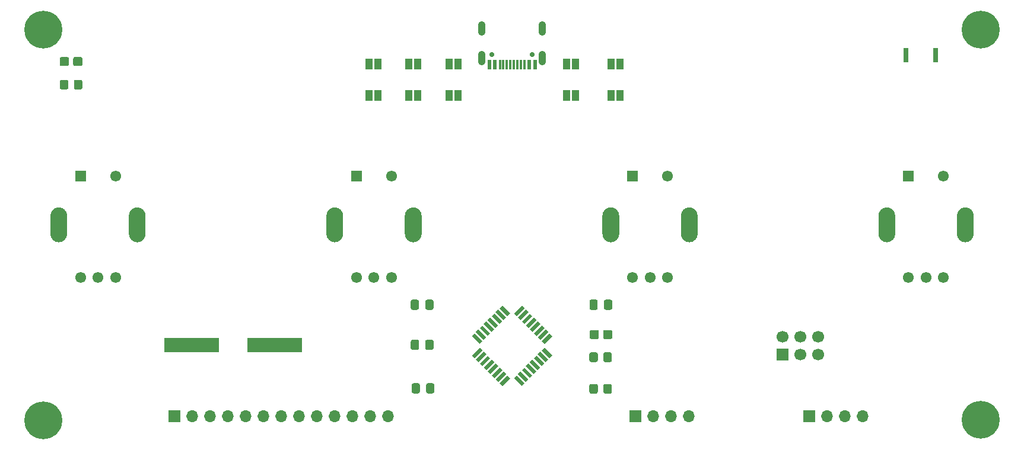
<source format=gbr>
%TF.GenerationSoftware,KiCad,Pcbnew,(5.1.10)-1*%
%TF.CreationDate,2021-08-23T16:24:53+02:00*%
%TF.ProjectId,Console,436f6e73-6f6c-4652-9e6b-696361645f70,v01*%
%TF.SameCoordinates,Original*%
%TF.FileFunction,Soldermask,Top*%
%TF.FilePolarity,Negative*%
%FSLAX46Y46*%
G04 Gerber Fmt 4.6, Leading zero omitted, Abs format (unit mm)*
G04 Created by KiCad (PCBNEW (5.1.10)-1) date 2021-08-23 16:24:53*
%MOMM*%
%LPD*%
G01*
G04 APERTURE LIST*
%ADD10C,5.400000*%
%ADD11R,1.000000X1.500000*%
%ADD12C,1.700000*%
%ADD13R,1.700000X1.700000*%
%ADD14R,0.800000X2.000000*%
%ADD15O,1.700000X1.700000*%
%ADD16R,1.550000X1.550000*%
%ADD17C,1.550000*%
%ADD18R,7.875000X2.000000*%
%ADD19R,0.600000X1.450000*%
%ADD20R,0.300000X1.450000*%
%ADD21O,1.050000X2.100000*%
%ADD22C,0.700000*%
%ADD23C,0.100000*%
G04 APERTURE END LIST*
D10*
%TO.C,PAD4*%
X213131000Y-123634000D03*
%TD*%
%TO.C,PAD3*%
X79350000Y-123698000D03*
%TD*%
%TO.C,PAD2*%
X213131000Y-67881500D03*
%TD*%
%TO.C,PAD1*%
X79350000Y-67881500D03*
%TD*%
%TO.C,C1*%
G36*
G01*
X131789000Y-107663000D02*
X131789000Y-106713000D01*
G75*
G02*
X132039000Y-106463000I250000J0D01*
G01*
X132714000Y-106463000D01*
G75*
G02*
X132964000Y-106713000I0J-250000D01*
G01*
X132964000Y-107663000D01*
G75*
G02*
X132714000Y-107913000I-250000J0D01*
G01*
X132039000Y-107913000D01*
G75*
G02*
X131789000Y-107663000I0J250000D01*
G01*
G37*
G36*
G01*
X133864000Y-107663000D02*
X133864000Y-106713000D01*
G75*
G02*
X134114000Y-106463000I250000J0D01*
G01*
X134789000Y-106463000D01*
G75*
G02*
X135039000Y-106713000I0J-250000D01*
G01*
X135039000Y-107663000D01*
G75*
G02*
X134789000Y-107913000I-250000J0D01*
G01*
X134114000Y-107913000D01*
G75*
G02*
X133864000Y-107663000I0J250000D01*
G01*
G37*
%TD*%
D11*
%TO.C,JP8*%
X161635000Y-77292200D03*
X160335000Y-77292200D03*
%TD*%
D12*
%TO.C,J1*%
X189896000Y-111760000D03*
X189896000Y-114300000D03*
D13*
X184816000Y-114300000D03*
D12*
X184816000Y-111760000D03*
X187356000Y-114300000D03*
X187356000Y-111760000D03*
%TD*%
%TO.C,C2*%
G36*
G01*
X133864000Y-113379000D02*
X133864000Y-112429000D01*
G75*
G02*
X134114000Y-112179000I250000J0D01*
G01*
X134789000Y-112179000D01*
G75*
G02*
X135039000Y-112429000I0J-250000D01*
G01*
X135039000Y-113379000D01*
G75*
G02*
X134789000Y-113629000I-250000J0D01*
G01*
X134114000Y-113629000D01*
G75*
G02*
X133864000Y-113379000I0J250000D01*
G01*
G37*
G36*
G01*
X131789000Y-113379000D02*
X131789000Y-112429000D01*
G75*
G02*
X132039000Y-112179000I250000J0D01*
G01*
X132714000Y-112179000D01*
G75*
G02*
X132964000Y-112429000I0J-250000D01*
G01*
X132964000Y-113379000D01*
G75*
G02*
X132714000Y-113629000I-250000J0D01*
G01*
X132039000Y-113629000D01*
G75*
G02*
X131789000Y-113379000I0J250000D01*
G01*
G37*
%TD*%
D14*
%TO.C,SW5*%
X202494000Y-71564500D03*
X206694000Y-71564500D03*
%TD*%
%TO.C,R2*%
G36*
G01*
X157277000Y-115132001D02*
X157277000Y-114231999D01*
G75*
G02*
X157526999Y-113982000I249999J0D01*
G01*
X158227001Y-113982000D01*
G75*
G02*
X158477000Y-114231999I0J-249999D01*
G01*
X158477000Y-115132001D01*
G75*
G02*
X158227001Y-115382000I-249999J0D01*
G01*
X157526999Y-115382000D01*
G75*
G02*
X157277000Y-115132001I0J249999D01*
G01*
G37*
G36*
G01*
X159277000Y-115132001D02*
X159277000Y-114231999D01*
G75*
G02*
X159526999Y-113982000I249999J0D01*
G01*
X160227001Y-113982000D01*
G75*
G02*
X160477000Y-114231999I0J-249999D01*
G01*
X160477000Y-115132001D01*
G75*
G02*
X160227001Y-115382000I-249999J0D01*
G01*
X159526999Y-115382000D01*
G75*
G02*
X159277000Y-115132001I0J249999D01*
G01*
G37*
%TD*%
D15*
%TO.C,J4*%
X171450000Y-123126000D03*
X168910000Y-123126000D03*
X166370000Y-123126000D03*
D13*
X163830000Y-123126000D03*
%TD*%
D11*
%TO.C,JP1*%
X155285000Y-72847200D03*
X153985000Y-72847200D03*
%TD*%
%TO.C,JP3*%
X160335000Y-72847200D03*
X161635000Y-72847200D03*
%TD*%
%TO.C,JP10*%
X155285000Y-77292200D03*
X153985000Y-77292200D03*
%TD*%
%TO.C,JP2*%
X132806000Y-77292200D03*
X131506000Y-77292200D03*
%TD*%
%TO.C,JP9*%
X131491000Y-72847200D03*
X132791000Y-72847200D03*
%TD*%
%TO.C,D1*%
G36*
G01*
X157315000Y-111842000D02*
X157315000Y-111042000D01*
G75*
G02*
X157565000Y-110792000I250000J0D01*
G01*
X158390000Y-110792000D01*
G75*
G02*
X158640000Y-111042000I0J-250000D01*
G01*
X158640000Y-111842000D01*
G75*
G02*
X158390000Y-112092000I-250000J0D01*
G01*
X157565000Y-112092000D01*
G75*
G02*
X157315000Y-111842000I0J250000D01*
G01*
G37*
G36*
G01*
X159240000Y-111842000D02*
X159240000Y-111042000D01*
G75*
G02*
X159490000Y-110792000I250000J0D01*
G01*
X160315000Y-110792000D01*
G75*
G02*
X160565000Y-111042000I0J-250000D01*
G01*
X160565000Y-111842000D01*
G75*
G02*
X160315000Y-112092000I-250000J0D01*
G01*
X159490000Y-112092000D01*
G75*
G02*
X159240000Y-111842000I0J250000D01*
G01*
G37*
%TD*%
D15*
%TO.C,J3*%
X128557000Y-123126000D03*
X126017000Y-123126000D03*
X123477000Y-123126000D03*
X120937000Y-123126000D03*
X118397000Y-123126000D03*
X115857000Y-123126000D03*
X113317000Y-123126000D03*
X110777000Y-123126000D03*
X108237000Y-123126000D03*
X105697000Y-123126000D03*
X103157000Y-123126000D03*
X100617000Y-123126000D03*
D13*
X98077000Y-123126000D03*
%TD*%
D15*
%TO.C,J5*%
X196309000Y-123126000D03*
X193769000Y-123126000D03*
X191229000Y-123126000D03*
D13*
X188689000Y-123126000D03*
%TD*%
D16*
%TO.C,SW1*%
X84655000Y-88773800D03*
D17*
X89655000Y-88773800D03*
X84655000Y-103273800D03*
X87155000Y-103273800D03*
X89655000Y-103273800D03*
G36*
G01*
X80355000Y-97073800D02*
X80355000Y-94473800D01*
G75*
G02*
X81555000Y-93273800I1200000J0D01*
G01*
X81555000Y-93273800D01*
G75*
G02*
X82755000Y-94473800I0J-1200000D01*
G01*
X82755000Y-97073800D01*
G75*
G02*
X81555000Y-98273800I-1200000J0D01*
G01*
X81555000Y-98273800D01*
G75*
G02*
X80355000Y-97073800I0J1200000D01*
G01*
G37*
G36*
G01*
X91555000Y-97073800D02*
X91555000Y-94473800D01*
G75*
G02*
X92755000Y-93273800I1200000J0D01*
G01*
X92755000Y-93273800D01*
G75*
G02*
X93955000Y-94473800I0J-1200000D01*
G01*
X93955000Y-97073800D01*
G75*
G02*
X92755000Y-98273800I-1200000J0D01*
G01*
X92755000Y-98273800D01*
G75*
G02*
X91555000Y-97073800I0J1200000D01*
G01*
G37*
%TD*%
D18*
%TO.C,Y1*%
X112396500Y-112966000D03*
X100521500Y-112966000D03*
%TD*%
D19*
%TO.C,J2*%
X149503000Y-72862200D03*
X148703000Y-72862200D03*
D20*
X146503000Y-72862200D03*
X147003000Y-72862200D03*
X147503000Y-72862200D03*
X148003000Y-72862200D03*
X146003000Y-72862200D03*
X145503000Y-72862200D03*
X145003000Y-72862200D03*
X144503000Y-72862200D03*
D19*
X143803000Y-72862200D03*
X143003000Y-72862200D03*
D21*
X150573000Y-71947200D03*
X141933000Y-71947200D03*
X150573000Y-67767200D03*
X141933000Y-67767200D03*
D22*
X149143000Y-71417200D03*
X143363000Y-71417200D03*
%TD*%
%TO.C,C3*%
G36*
G01*
X131915000Y-119601000D02*
X131915000Y-118651000D01*
G75*
G02*
X132165000Y-118401000I250000J0D01*
G01*
X132840000Y-118401000D01*
G75*
G02*
X133090000Y-118651000I0J-250000D01*
G01*
X133090000Y-119601000D01*
G75*
G02*
X132840000Y-119851000I-250000J0D01*
G01*
X132165000Y-119851000D01*
G75*
G02*
X131915000Y-119601000I0J250000D01*
G01*
G37*
G36*
G01*
X133990000Y-119601000D02*
X133990000Y-118651000D01*
G75*
G02*
X134240000Y-118401000I250000J0D01*
G01*
X134915000Y-118401000D01*
G75*
G02*
X135165000Y-118651000I0J-250000D01*
G01*
X135165000Y-119601000D01*
G75*
G02*
X134915000Y-119851000I-250000J0D01*
G01*
X134240000Y-119851000D01*
G75*
G02*
X133990000Y-119601000I0J250000D01*
G01*
G37*
%TD*%
D11*
%TO.C,JP4*%
X125791000Y-72847200D03*
X127091000Y-72847200D03*
%TD*%
%TO.C,R1*%
G36*
G01*
X157277000Y-119640001D02*
X157277000Y-118739999D01*
G75*
G02*
X157526999Y-118490000I249999J0D01*
G01*
X158227001Y-118490000D01*
G75*
G02*
X158477000Y-118739999I0J-249999D01*
G01*
X158477000Y-119640001D01*
G75*
G02*
X158227001Y-119890000I-249999J0D01*
G01*
X157526999Y-119890000D01*
G75*
G02*
X157277000Y-119640001I0J249999D01*
G01*
G37*
G36*
G01*
X159277000Y-119640001D02*
X159277000Y-118739999D01*
G75*
G02*
X159526999Y-118490000I249999J0D01*
G01*
X160227001Y-118490000D01*
G75*
G02*
X160477000Y-118739999I0J-249999D01*
G01*
X160477000Y-119640001D01*
G75*
G02*
X160227001Y-119890000I-249999J0D01*
G01*
X159526999Y-119890000D01*
G75*
G02*
X159277000Y-119640001I0J249999D01*
G01*
G37*
%TD*%
%TO.C,JP5*%
X137221000Y-72847200D03*
X138521000Y-72847200D03*
%TD*%
%TO.C,JP6*%
X137221000Y-77292200D03*
X138521000Y-77292200D03*
%TD*%
%TO.C,JP7*%
X127091000Y-77292200D03*
X125791000Y-77292200D03*
%TD*%
D23*
%TO.C,U1*%
G36*
X140883666Y-114815445D02*
G01*
X140494757Y-114426536D01*
X141626128Y-113295165D01*
X142015037Y-113684074D01*
X140883666Y-114815445D01*
G37*
G36*
X141449352Y-115381130D02*
G01*
X141060443Y-114992221D01*
X142191814Y-113860850D01*
X142580723Y-114249759D01*
X141449352Y-115381130D01*
G37*
G36*
X142015037Y-115946816D02*
G01*
X141626128Y-115557907D01*
X142757499Y-114426536D01*
X143146408Y-114815445D01*
X142015037Y-115946816D01*
G37*
G36*
X142580722Y-116512501D02*
G01*
X142191813Y-116123592D01*
X143323184Y-114992221D01*
X143712093Y-115381130D01*
X142580722Y-116512501D01*
G37*
G36*
X143146408Y-117078187D02*
G01*
X142757499Y-116689278D01*
X143888870Y-115557907D01*
X144277779Y-115946816D01*
X143146408Y-117078187D01*
G37*
G36*
X143712093Y-117643872D02*
G01*
X143323184Y-117254963D01*
X144454555Y-116123592D01*
X144843464Y-116512501D01*
X143712093Y-117643872D01*
G37*
G36*
X144277779Y-118209557D02*
G01*
X143888870Y-117820648D01*
X145020241Y-116689277D01*
X145409150Y-117078186D01*
X144277779Y-118209557D01*
G37*
G36*
X144843464Y-118775243D02*
G01*
X144454555Y-118386334D01*
X145585926Y-117254963D01*
X145974835Y-117643872D01*
X144843464Y-118775243D01*
G37*
G36*
X148025445Y-118386334D02*
G01*
X147636536Y-118775243D01*
X146505165Y-117643872D01*
X146894074Y-117254963D01*
X148025445Y-118386334D01*
G37*
G36*
X148591130Y-117820648D02*
G01*
X148202221Y-118209557D01*
X147070850Y-117078186D01*
X147459759Y-116689277D01*
X148591130Y-117820648D01*
G37*
G36*
X149156816Y-117254963D02*
G01*
X148767907Y-117643872D01*
X147636536Y-116512501D01*
X148025445Y-116123592D01*
X149156816Y-117254963D01*
G37*
G36*
X149722501Y-116689278D02*
G01*
X149333592Y-117078187D01*
X148202221Y-115946816D01*
X148591130Y-115557907D01*
X149722501Y-116689278D01*
G37*
G36*
X150288187Y-116123592D02*
G01*
X149899278Y-116512501D01*
X148767907Y-115381130D01*
X149156816Y-114992221D01*
X150288187Y-116123592D01*
G37*
G36*
X150853872Y-115557907D02*
G01*
X150464963Y-115946816D01*
X149333592Y-114815445D01*
X149722501Y-114426536D01*
X150853872Y-115557907D01*
G37*
G36*
X151419557Y-114992221D02*
G01*
X151030648Y-115381130D01*
X149899277Y-114249759D01*
X150288186Y-113860850D01*
X151419557Y-114992221D01*
G37*
G36*
X151985243Y-114426536D02*
G01*
X151596334Y-114815445D01*
X150464963Y-113684074D01*
X150853872Y-113295165D01*
X151985243Y-114426536D01*
G37*
G36*
X150853872Y-112764835D02*
G01*
X150464963Y-112375926D01*
X151596334Y-111244555D01*
X151985243Y-111633464D01*
X150853872Y-112764835D01*
G37*
G36*
X150288186Y-112199150D02*
G01*
X149899277Y-111810241D01*
X151030648Y-110678870D01*
X151419557Y-111067779D01*
X150288186Y-112199150D01*
G37*
G36*
X149722501Y-111633464D02*
G01*
X149333592Y-111244555D01*
X150464963Y-110113184D01*
X150853872Y-110502093D01*
X149722501Y-111633464D01*
G37*
G36*
X149156816Y-111067779D02*
G01*
X148767907Y-110678870D01*
X149899278Y-109547499D01*
X150288187Y-109936408D01*
X149156816Y-111067779D01*
G37*
G36*
X148591130Y-110502093D02*
G01*
X148202221Y-110113184D01*
X149333592Y-108981813D01*
X149722501Y-109370722D01*
X148591130Y-110502093D01*
G37*
G36*
X148025445Y-109936408D02*
G01*
X147636536Y-109547499D01*
X148767907Y-108416128D01*
X149156816Y-108805037D01*
X148025445Y-109936408D01*
G37*
G36*
X147459759Y-109370723D02*
G01*
X147070850Y-108981814D01*
X148202221Y-107850443D01*
X148591130Y-108239352D01*
X147459759Y-109370723D01*
G37*
G36*
X146894074Y-108805037D02*
G01*
X146505165Y-108416128D01*
X147636536Y-107284757D01*
X148025445Y-107673666D01*
X146894074Y-108805037D01*
G37*
G36*
X145974835Y-108416128D02*
G01*
X145585926Y-108805037D01*
X144454555Y-107673666D01*
X144843464Y-107284757D01*
X145974835Y-108416128D01*
G37*
G36*
X145409150Y-108981814D02*
G01*
X145020241Y-109370723D01*
X143888870Y-108239352D01*
X144277779Y-107850443D01*
X145409150Y-108981814D01*
G37*
G36*
X144843464Y-109547499D02*
G01*
X144454555Y-109936408D01*
X143323184Y-108805037D01*
X143712093Y-108416128D01*
X144843464Y-109547499D01*
G37*
G36*
X144277779Y-110113184D02*
G01*
X143888870Y-110502093D01*
X142757499Y-109370722D01*
X143146408Y-108981813D01*
X144277779Y-110113184D01*
G37*
G36*
X143712093Y-110678870D02*
G01*
X143323184Y-111067779D01*
X142191813Y-109936408D01*
X142580722Y-109547499D01*
X143712093Y-110678870D01*
G37*
G36*
X143146408Y-111244555D02*
G01*
X142757499Y-111633464D01*
X141626128Y-110502093D01*
X142015037Y-110113184D01*
X143146408Y-111244555D01*
G37*
G36*
X142580723Y-111810241D02*
G01*
X142191814Y-112199150D01*
X141060443Y-111067779D01*
X141449352Y-110678870D01*
X142580723Y-111810241D01*
G37*
G36*
X142015037Y-112375926D02*
G01*
X141626128Y-112764835D01*
X140494757Y-111633464D01*
X140883666Y-111244555D01*
X142015037Y-112375926D01*
G37*
%TD*%
%TO.C,SW2*%
G36*
G01*
X130945000Y-97073800D02*
X130945000Y-94473800D01*
G75*
G02*
X132145000Y-93273800I1200000J0D01*
G01*
X132145000Y-93273800D01*
G75*
G02*
X133345000Y-94473800I0J-1200000D01*
G01*
X133345000Y-97073800D01*
G75*
G02*
X132145000Y-98273800I-1200000J0D01*
G01*
X132145000Y-98273800D01*
G75*
G02*
X130945000Y-97073800I0J1200000D01*
G01*
G37*
G36*
G01*
X119745000Y-97073800D02*
X119745000Y-94473800D01*
G75*
G02*
X120945000Y-93273800I1200000J0D01*
G01*
X120945000Y-93273800D01*
G75*
G02*
X122145000Y-94473800I0J-1200000D01*
G01*
X122145000Y-97073800D01*
G75*
G02*
X120945000Y-98273800I-1200000J0D01*
G01*
X120945000Y-98273800D01*
G75*
G02*
X119745000Y-97073800I0J1200000D01*
G01*
G37*
D17*
X129045000Y-103273800D03*
X126545000Y-103273800D03*
X124045000Y-103273800D03*
X129045000Y-88773800D03*
D16*
X124045000Y-88773800D03*
%TD*%
%TO.C,D2*%
G36*
G01*
X84939000Y-72053500D02*
X84939000Y-72853500D01*
G75*
G02*
X84689000Y-73103500I-250000J0D01*
G01*
X83864000Y-73103500D01*
G75*
G02*
X83614000Y-72853500I0J250000D01*
G01*
X83614000Y-72053500D01*
G75*
G02*
X83864000Y-71803500I250000J0D01*
G01*
X84689000Y-71803500D01*
G75*
G02*
X84939000Y-72053500I0J-250000D01*
G01*
G37*
G36*
G01*
X83014000Y-72053500D02*
X83014000Y-72853500D01*
G75*
G02*
X82764000Y-73103500I-250000J0D01*
G01*
X81939000Y-73103500D01*
G75*
G02*
X81689000Y-72853500I0J250000D01*
G01*
X81689000Y-72053500D01*
G75*
G02*
X81939000Y-71803500I250000J0D01*
G01*
X82764000Y-71803500D01*
G75*
G02*
X83014000Y-72053500I0J-250000D01*
G01*
G37*
%TD*%
%TO.C,R3*%
G36*
G01*
X84914000Y-75305499D02*
X84914000Y-76205501D01*
G75*
G02*
X84664001Y-76455500I-249999J0D01*
G01*
X83963999Y-76455500D01*
G75*
G02*
X83714000Y-76205501I0J249999D01*
G01*
X83714000Y-75305499D01*
G75*
G02*
X83963999Y-75055500I249999J0D01*
G01*
X84664001Y-75055500D01*
G75*
G02*
X84914000Y-75305499I0J-249999D01*
G01*
G37*
G36*
G01*
X82914000Y-75305499D02*
X82914000Y-76205501D01*
G75*
G02*
X82664001Y-76455500I-249999J0D01*
G01*
X81963999Y-76455500D01*
G75*
G02*
X81714000Y-76205501I0J249999D01*
G01*
X81714000Y-75305499D01*
G75*
G02*
X81963999Y-75055500I249999J0D01*
G01*
X82664001Y-75055500D01*
G75*
G02*
X82914000Y-75305499I0J-249999D01*
G01*
G37*
%TD*%
%TO.C,SW3*%
X163436000Y-88773800D03*
D17*
X168436000Y-88773800D03*
X163436000Y-103273800D03*
X165936000Y-103273800D03*
X168436000Y-103273800D03*
G36*
G01*
X159136000Y-97073800D02*
X159136000Y-94473800D01*
G75*
G02*
X160336000Y-93273800I1200000J0D01*
G01*
X160336000Y-93273800D01*
G75*
G02*
X161536000Y-94473800I0J-1200000D01*
G01*
X161536000Y-97073800D01*
G75*
G02*
X160336000Y-98273800I-1200000J0D01*
G01*
X160336000Y-98273800D01*
G75*
G02*
X159136000Y-97073800I0J1200000D01*
G01*
G37*
G36*
G01*
X170336000Y-97073800D02*
X170336000Y-94473800D01*
G75*
G02*
X171536000Y-93273800I1200000J0D01*
G01*
X171536000Y-93273800D01*
G75*
G02*
X172736000Y-94473800I0J-1200000D01*
G01*
X172736000Y-97073800D01*
G75*
G02*
X171536000Y-98273800I-1200000J0D01*
G01*
X171536000Y-98273800D01*
G75*
G02*
X170336000Y-97073800I0J1200000D01*
G01*
G37*
%TD*%
%TO.C,SW4*%
G36*
G01*
X209726000Y-97073800D02*
X209726000Y-94473800D01*
G75*
G02*
X210926000Y-93273800I1200000J0D01*
G01*
X210926000Y-93273800D01*
G75*
G02*
X212126000Y-94473800I0J-1200000D01*
G01*
X212126000Y-97073800D01*
G75*
G02*
X210926000Y-98273800I-1200000J0D01*
G01*
X210926000Y-98273800D01*
G75*
G02*
X209726000Y-97073800I0J1200000D01*
G01*
G37*
G36*
G01*
X198526000Y-97073800D02*
X198526000Y-94473800D01*
G75*
G02*
X199726000Y-93273800I1200000J0D01*
G01*
X199726000Y-93273800D01*
G75*
G02*
X200926000Y-94473800I0J-1200000D01*
G01*
X200926000Y-97073800D01*
G75*
G02*
X199726000Y-98273800I-1200000J0D01*
G01*
X199726000Y-98273800D01*
G75*
G02*
X198526000Y-97073800I0J1200000D01*
G01*
G37*
X207826000Y-103273800D03*
X205326000Y-103273800D03*
X202826000Y-103273800D03*
X207826000Y-88773800D03*
D16*
X202826000Y-88773800D03*
%TD*%
%TO.C,C4*%
G36*
G01*
X157294000Y-107663000D02*
X157294000Y-106713000D01*
G75*
G02*
X157544000Y-106463000I250000J0D01*
G01*
X158219000Y-106463000D01*
G75*
G02*
X158469000Y-106713000I0J-250000D01*
G01*
X158469000Y-107663000D01*
G75*
G02*
X158219000Y-107913000I-250000J0D01*
G01*
X157544000Y-107913000D01*
G75*
G02*
X157294000Y-107663000I0J250000D01*
G01*
G37*
G36*
G01*
X159369000Y-107663000D02*
X159369000Y-106713000D01*
G75*
G02*
X159619000Y-106463000I250000J0D01*
G01*
X160294000Y-106463000D01*
G75*
G02*
X160544000Y-106713000I0J-250000D01*
G01*
X160544000Y-107663000D01*
G75*
G02*
X160294000Y-107913000I-250000J0D01*
G01*
X159619000Y-107913000D01*
G75*
G02*
X159369000Y-107663000I0J250000D01*
G01*
G37*
%TD*%
M02*

</source>
